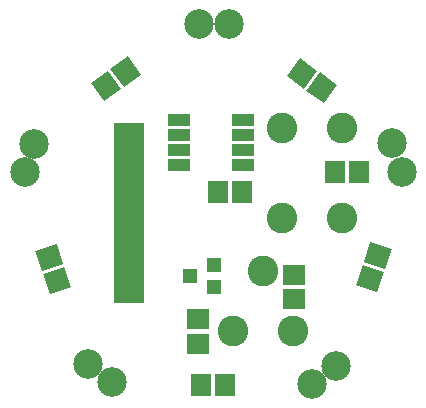
<source format=gbr>
G04 #@! TF.FileFunction,Soldermask,Bot*
%FSLAX46Y46*%
G04 Gerber Fmt 4.6, Leading zero omitted, Abs format (unit mm)*
G04 Created by KiCad (PCBNEW 4.0.7) date Friday, July 23, 2021 'PMt' 11:18:56 PM*
%MOMM*%
%LPD*%
G01*
G04 APERTURE LIST*
%ADD10C,0.100000*%
%ADD11C,2.500000*%
%ADD12R,2.500000X2.500000*%
%ADD13R,1.300000X1.200000*%
%ADD14R,1.800000X1.900000*%
%ADD15R,1.900000X1.800000*%
%ADD16C,2.600000*%
%ADD17R,1.950000X1.000000*%
G04 APERTURE END LIST*
D10*
D11*
X30777452Y-54296487D03*
X28722548Y-52803513D03*
X54507548Y-34092158D03*
X55292452Y-36507842D03*
X49777452Y-52953513D03*
X47722548Y-54446487D03*
X23407548Y-36557842D03*
X24192452Y-34142158D03*
X38130000Y-24000000D03*
X40670000Y-24000000D03*
D12*
X32250000Y-43810000D03*
X32250000Y-36190000D03*
X32250000Y-38730000D03*
X32250000Y-33650000D03*
X32250000Y-41270000D03*
X32250000Y-46350000D03*
D13*
X39400000Y-44400000D03*
X39400000Y-46300000D03*
X37400000Y-45350000D03*
D14*
X51675000Y-36500000D03*
X49625000Y-36500000D03*
D15*
X46150000Y-47275000D03*
X46150000Y-45225000D03*
D10*
G36*
X26664877Y-44337552D02*
X24857870Y-44924684D01*
X24301639Y-43212782D01*
X26108646Y-42625650D01*
X26664877Y-44337552D01*
X26664877Y-44337552D01*
G37*
G36*
X27298361Y-46287218D02*
X25491354Y-46874350D01*
X24935123Y-45162448D01*
X26742130Y-44575316D01*
X27298361Y-46287218D01*
X27298361Y-46287218D01*
G37*
G36*
X52007870Y-44425316D02*
X53814877Y-45012448D01*
X53258646Y-46724350D01*
X51451639Y-46137218D01*
X52007870Y-44425316D01*
X52007870Y-44425316D01*
G37*
G36*
X52641354Y-42475650D02*
X54448361Y-43062782D01*
X53892130Y-44774684D01*
X52085123Y-44187552D01*
X52641354Y-42475650D01*
X52641354Y-42475650D01*
G37*
D14*
X38325000Y-54600000D03*
X40375000Y-54600000D03*
D15*
X38050000Y-49025000D03*
X38050000Y-51075000D03*
D10*
G36*
X31759523Y-29345093D02*
X30642731Y-27807961D01*
X32098961Y-26749947D01*
X33215753Y-28287079D01*
X31759523Y-29345093D01*
X31759523Y-29345093D01*
G37*
G36*
X30101039Y-30550053D02*
X28984247Y-29012921D01*
X30440477Y-27954907D01*
X31557269Y-29492039D01*
X30101039Y-30550053D01*
X30101039Y-30550053D01*
G37*
G36*
X47242731Y-29642039D02*
X48359523Y-28104907D01*
X49815753Y-29162921D01*
X48698961Y-30700053D01*
X47242731Y-29642039D01*
X47242731Y-29642039D01*
G37*
G36*
X45584247Y-28437079D02*
X46701039Y-26899947D01*
X48157269Y-27957961D01*
X47040477Y-29495093D01*
X45584247Y-28437079D01*
X45584247Y-28437079D01*
G37*
D16*
X46090000Y-50000000D03*
X41010000Y-50000000D03*
X43550000Y-44920000D03*
X50240000Y-40460000D03*
X45160000Y-40460000D03*
X45160000Y-32840000D03*
X50240000Y-32840000D03*
D17*
X41850000Y-32145000D03*
X41850000Y-33415000D03*
X41850000Y-34685000D03*
X41850000Y-35955000D03*
X36450000Y-35955000D03*
X36450000Y-34685000D03*
X36450000Y-33415000D03*
X36450000Y-32145000D03*
D14*
X39725000Y-38200000D03*
X41775000Y-38200000D03*
M02*

</source>
